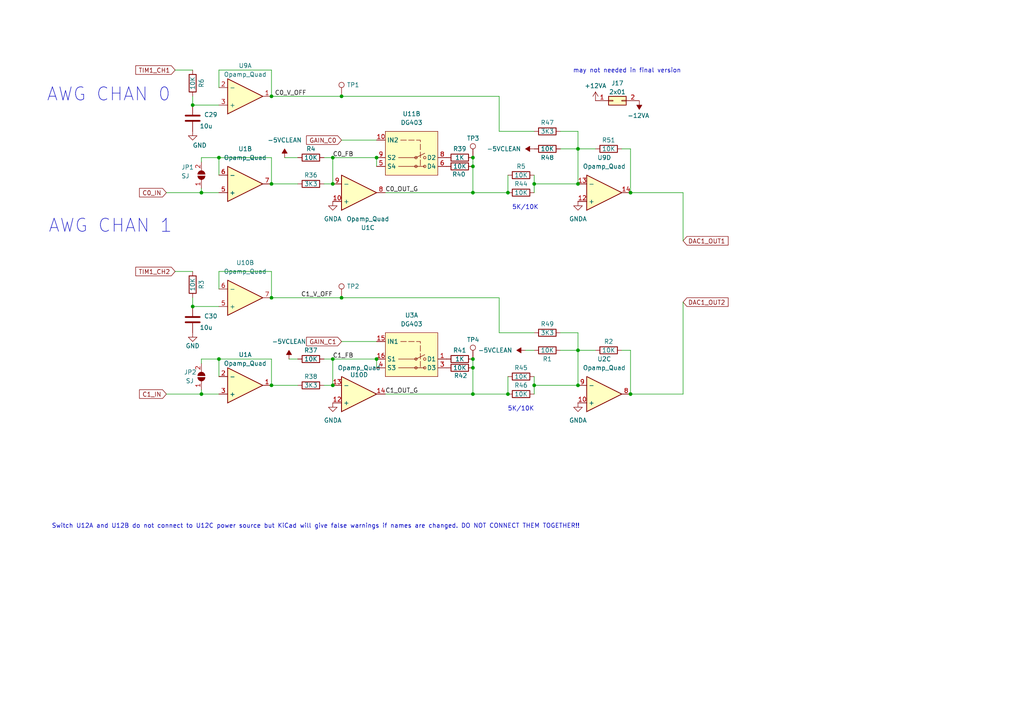
<source format=kicad_sch>
(kicad_sch (version 20250114) (generator "eeschema") (generator_version "9.0")
  (paper "A4")
  (lib_symbols
    (symbol "-5V_1" (power) (pin_names (offset 0))
      (property "Value" "-5V" (at 0 3.81 0))
      (symbol "-5V_1_0_0"
        (pin power_in line (at 0 0 90) (length 0) (hide yes) (name "-5V") (number "1"))
      )
      (symbol "-5V_1_0_1"
        (polyline (pts (xy 0 0) (xy 0 1.27) (xy 0.762 1.27) (xy 0 2.54) (xy -0.762 1.27) (xy 0 1.27)) (fill (type outline)))
      )
    )
    (symbol "-5V_2" (power) (pin_names (offset 0))
      (property "Value" "-5V" (at 0 3.81 0))
      (symbol "-5V_2_0_0"
        (pin power_in line (at 0 0 90) (length 0) (hide yes) (name "-5V") (number "1"))
      )
      (symbol "-5V_2_0_1"
        (polyline (pts (xy 0 0) (xy 0 1.27) (xy 0.762 1.27) (xy 0 2.54) (xy -0.762 1.27) (xy 0 1.27)) (fill (type outline)))
      )
    )
    (symbol "-5V_3" (power) (pin_names (offset 0))
      (property "Value" "-5V" (at 0 3.81 0))
      (symbol "-5V_3_0_0"
        (pin power_in line (at 0 0 90) (length 0) (hide yes) (name "-5V") (number "1"))
      )
      (symbol "-5V_3_0_1"
        (polyline (pts (xy 0 0) (xy 0 1.27) (xy 0.762 1.27) (xy 0 2.54) (xy -0.762 1.27) (xy 0 1.27)) (fill (type outline)))
      )
    )
    (symbol "Connector:TestPoint" (pin_numbers (hide yes)) (pin_names (offset 0.762) (hide yes))
      (property "Reference" "TP" (at 0 6.858 0))
      (property "Value" "TestPoint" (at 0 5.08 0))
      (symbol "TestPoint_0_1"
        (circle (center 0 3.302) (radius 0.762))
      )
      (symbol "TestPoint_1_1"
        (pin passive line (at 0 0 90) (length 2.54) (name "1") (number "1"))
      )
    )
    (symbol "Connector_Generic:Conn_02x01" (pin_names (offset 1.016) (hide yes))
      (property "Reference" "J" (at 1.27 2.54 0))
      (property "Value" "Conn_02x01" (at 1.27 -2.54 0))
      (symbol "Conn_02x01_1_1"
        (rectangle (start -1.27 1.27) (end 3.81 -1.27) (stroke (width 0.254)) (fill (type background)))
        (rectangle (start -1.27 0.127) (end 0 -0.127) (stroke (width 0.1524)))
        (rectangle (start 3.81 0.127) (end 2.54 -0.127) (stroke (width 0.1524)))
        (pin passive line (at -5.08 0 0) (length 3.81) (name "Pin_1") (number "1"))
        (pin passive line (at 7.62 0 180) (length 3.81) (name "Pin_2") (number "2"))
      )
    )
    (symbol "Device:C" (pin_numbers (hide yes)) (pin_names (offset 0.254))
      (property "Reference" "C" (at 0.635 2.54 0))
      (property "Value" "C" (at 0.635 -2.54 0))
      (symbol "C_0_1"
        (polyline (pts (xy -2.032 0.762) (xy 2.032 0.762)) (stroke (width 0.508)))
        (polyline (pts (xy -2.032 -0.762) (xy 2.032 -0.762)) (stroke (width 0.508)))
      )
      (symbol "C_1_1"
        (pin passive line (at 0 3.81 270) (length 2.794) (name "~") (number "1"))
        (pin passive line (at 0 -3.81 90) (length 2.794) (name "~") (number "2"))
      )
    )
    (symbol "Device:Opamp_Quad"
      (property "Reference" "U" (at 0 5.08 0))
      (property "Value" "Opamp_Quad" (at 0 -5.08 0))
      (symbol "Opamp_Quad_1_1"
        (polyline (pts (xy -5.08 5.08) (xy 5.08 0) (xy -5.08 -5.08) (xy -5.08 5.08)) (stroke (width 0.254)) (fill (type background)))
        (pin input line (at -7.62 2.54 0) (length 2.54) (name "+") (number "3"))
        (pin input line (at -7.62 -2.54 0) (length 2.54) (name "-") (number "2"))
        (pin output line (at 7.62 0 180) (length 2.54) (name "~") (number "1"))
      )
      (symbol "Opamp_Quad_2_1"
        (polyline (pts (xy -5.08 5.08) (xy 5.08 0) (xy -5.08 -5.08) (xy -5.08 5.08)) (stroke (width 0.254)) (fill (type background)))
        (pin input line (at -7.62 2.54 0) (length 2.54) (name "+") (number "5"))
        (pin input line (at -7.62 -2.54 0) (length 2.54) (name "-") (number "6"))
        (pin output line (at 7.62 0 180) (length 2.54) (name "~") (number "7"))
      )
      (symbol "Opamp_Quad_3_1"
        (polyline (pts (xy -5.08 5.08) (xy 5.08 0) (xy -5.08 -5.08) (xy -5.08 5.08)) (stroke (width 0.254)) (fill (type background)))
        (pin input line (at -7.62 2.54 0) (length 2.54) (name "+") (number "10"))
        (pin input line (at -7.62 -2.54 0) (length 2.54) (name "-") (number "9"))
        (pin output line (at 7.62 0 180) (length 2.54) (name "~") (number "8"))
      )
      (symbol "Opamp_Quad_4_1"
        (polyline (pts (xy -5.08 5.08) (xy 5.08 0) (xy -5.08 -5.08) (xy -5.08 5.08)) (stroke (width 0.254)) (fill (type background)))
        (pin input line (at -7.62 2.54 0) (length 2.54) (name "+") (number "12"))
        (pin input line (at -7.62 -2.54 0) (length 2.54) (name "-") (number "13"))
        (pin output line (at 7.62 0 180) (length 2.54) (name "~") (number "14"))
      )
      (symbol "Opamp_Quad_5_1"
        (pin power_in line (at -2.54 7.62 270) (length 3.81) (name "V+") (number "4"))
        (pin power_in line (at -2.54 -7.62 90) (length 3.81) (name "V-") (number "11"))
      )
    )
    (symbol "Device:R" (pin_numbers (hide yes)) (pin_names (offset 0))
      (property "Reference" "R" (at 2.032 0 90))
      (property "Value" "R" (at 0 0 90))
      (symbol "R_0_1"
        (rectangle (start -1.016 -2.54) (end 1.016 2.54) (stroke (width 0.254)))
      )
      (symbol "R_1_1"
        (pin passive line (at 0 3.81 270) (length 1.27) (name "~") (number "1"))
        (pin passive line (at 0 -3.81 90) (length 1.27) (name "~") (number "2"))
      )
    )
    (symbol "Jumper:SolderJumper_2_Open" (pin_names (offset 0) (hide yes))
      (property "Reference" "JP" (at 0 2.032 0))
      (property "Value" "SolderJumper_2_Open" (at 0 -2.54 0))
      (symbol "SolderJumper_2_Open_0_1"
        (polyline (pts (xy -0.254 1.016) (xy -0.254 -1.016)))
        (arc (start -0.254 -1.016) (mid -1.2656 0) (end -0.254 1.016))
        (arc (start -0.254 -1.016) (mid -1.2656 0) (end -0.254 1.016) (fill (type outline)))
        (arc (start 0.254 1.016) (mid 1.2656 0) (end 0.254 -1.016))
        (arc (start 0.254 1.016) (mid 1.2656 0) (end 0.254 -1.016) (fill (type outline)))
        (polyline (pts (xy 0.254 1.016) (xy 0.254 -1.016)))
      )
      (symbol "SolderJumper_2_Open_1_1"
        (pin passive line (at -3.81 0 0) (length 2.54) (name "A") (number "1"))
        (pin passive line (at 3.81 0 180) (length 2.54) (name "B") (number "2"))
      )
    )
    (symbol "Opamp_Quad_1"
      (property "Reference" "U" (at 0 5.08 0))
      (property "Value" "Opamp_Quad" (at 0 -5.08 0))
      (symbol "Opamp_Quad_1_1_1"
        (polyline (pts (xy -5.08 5.08) (xy 5.08 0) (xy -5.08 -5.08) (xy -5.08 5.08)) (stroke (width 0.254)) (fill (type background)))
        (pin input line (at -7.62 2.54 0) (length 2.54) (name "+") (number "3"))
        (pin input line (at -7.62 -2.54 0) (length 2.54) (name "-") (number "2"))
        (pin output line (at 7.62 0 180) (length 2.54) (name "~") (number "1"))
      )
      (symbol "Opamp_Quad_1_2_1"
        (polyline (pts (xy -5.08 5.08) (xy 5.08 0) (xy -5.08 -5.08) (xy -5.08 5.08)) (stroke (width 0.254)) (fill (type background)))
        (pin input line (at -7.62 2.54 0) (length 2.54) (name "+") (number "5"))
        (pin input line (at -7.62 -2.54 0) (length 2.54) (name "-") (number "6"))
        (pin output line (at 7.62 0 180) (length 2.54) (name "~") (number "7"))
      )
      (symbol "Opamp_Quad_1_3_1"
        (polyline (pts (xy -5.08 5.08) (xy 5.08 0) (xy -5.08 -5.08) (xy -5.08 5.08)) (stroke (width 0.254)) (fill (type background)))
        (pin input line (at -7.62 2.54 0) (length 2.54) (name "+") (number "10"))
        (pin input line (at -7.62 -2.54 0) (length 2.54) (name "-") (number "9"))
        (pin output line (at 7.62 0 180) (length 2.54) (name "~") (number "8"))
      )
      (symbol "Opamp_Quad_1_4_1"
        (polyline (pts (xy -5.08 5.08) (xy 5.08 0) (xy -5.08 -5.08) (xy -5.08 5.08)) (stroke (width 0.254)) (fill (type background)))
        (pin input line (at -7.62 2.54 0) (length 2.54) (name "+") (number "12"))
        (pin input line (at -7.62 -2.54 0) (length 2.54) (name "-") (number "13"))
        (pin output line (at 7.62 0 180) (length 2.54) (name "~") (number "14"))
      )
      (symbol "Opamp_Quad_1_5_1"
        (pin power_in line (at -2.54 7.62 270) (length 3.81) (name "V+") (number "4"))
        (pin power_in line (at -2.54 -7.62 90) (length 3.81) (name "V-") (number "11"))
      )
    )
    (symbol "Opamp_Quad_2"
      (property "Reference" "U" (at 0 5.08 0))
      (property "Value" "Opamp_Quad" (at 0 -5.08 0))
      (symbol "Opamp_Quad_2_1_1"
        (polyline (pts (xy -5.08 5.08) (xy 5.08 0) (xy -5.08 -5.08) (xy -5.08 5.08)) (stroke (width 0.254)) (fill (type background)))
        (pin input line (at -7.62 2.54 0) (length 2.54) (name "+") (number "3"))
        (pin input line (at -7.62 -2.54 0) (length 2.54) (name "-") (number "2"))
        (pin output line (at 7.62 0 180) (length 2.54) (name "~") (number "1"))
      )
      (symbol "Opamp_Quad_2_2_1"
        (polyline (pts (xy -5.08 5.08) (xy 5.08 0) (xy -5.08 -5.08) (xy -5.08 5.08)) (stroke (width 0.254)) (fill (type background)))
        (pin input line (at -7.62 2.54 0) (length 2.54) (name "+") (number "5"))
        (pin input line (at -7.62 -2.54 0) (length 2.54) (name "-") (number "6"))
        (pin output line (at 7.62 0 180) (length 2.54) (name "~") (number "7"))
      )
      (symbol "Opamp_Quad_2_3_1"
        (polyline (pts (xy -5.08 5.08) (xy 5.08 0) (xy -5.08 -5.08) (xy -5.08 5.08)) (stroke (width 0.254)) (fill (type background)))
        (pin input line (at -7.62 2.54 0) (length 2.54) (name "+") (number "10"))
        (pin input line (at -7.62 -2.54 0) (length 2.54) (name "-") (number "9"))
        (pin output line (at 7.62 0 180) (length 2.54) (name "~") (number "8"))
      )
      (symbol "Opamp_Quad_2_4_1"
        (polyline (pts (xy -5.08 5.08) (xy 5.08 0) (xy -5.08 -5.08) (xy -5.08 5.08)) (stroke (width 0.254)) (fill (type background)))
        (pin input line (at -7.62 2.54 0) (length 2.54) (name "+") (number "12"))
        (pin input line (at -7.62 -2.54 0) (length 2.54) (name "-") (number "13"))
        (pin output line (at 7.62 0 180) (length 2.54) (name "~") (number "14"))
      )
      (symbol "Opamp_Quad_2_5_1"
        (pin power_in line (at -2.54 7.62 270) (length 3.81) (name "V+") (number "4"))
        (pin power_in line (at -2.54 -7.62 90) (length 3.81) (name "V-") (number "11"))
      )
    )
    (symbol "Opamp_Quad_3"
      (property "Reference" "U" (at 0 5.08 0))
      (property "Value" "Opamp_Quad" (at 0 -5.08 0))
      (symbol "Opamp_Quad_3_1_1"
        (polyline (pts (xy -5.08 5.08) (xy 5.08 0) (xy -5.08 -5.08) (xy -5.08 5.08)) (stroke (width 0.254)) (fill (type background)))
        (pin input line (at -7.62 2.54 0) (length 2.54) (name "+") (number "3"))
        (pin input line (at -7.62 -2.54 0) (length 2.54) (name "-") (number "2"))
        (pin output line (at 7.62 0 180) (length 2.54) (name "~") (number "1"))
      )
      (symbol "Opamp_Quad_3_2_1"
        (polyline (pts (xy -5.08 5.08) (xy 5.08 0) (xy -5.08 -5.08) (xy -5.08 5.08)) (stroke (width 0.254)) (fill (type background)))
        (pin input line (at -7.62 2.54 0) (length 2.54) (name "+") (number "5"))
        (pin input line (at -7.62 -2.54 0) (length 2.54) (name "-") (number "6"))
        (pin output line (at 7.62 0 180) (length 2.54) (name "~") (number "7"))
      )
      (symbol "Opamp_Quad_3_3_1"
        (polyline (pts (xy -5.08 5.08) (xy 5.08 0) (xy -5.08 -5.08) (xy -5.08 5.08)) (stroke (width 0.254)) (fill (type background)))
        (pin input line (at -7.62 2.54 0) (length 2.54) (name "+") (number "10"))
        (pin input line (at -7.62 -2.54 0) (length 2.54) (name "-") (number "9"))
        (pin output line (at 7.62 0 180) (length 2.54) (name "~") (number "8"))
      )
      (symbol "Opamp_Quad_3_4_1"
        (polyline (pts (xy -5.08 5.08) (xy 5.08 0) (xy -5.08 -5.08) (xy -5.08 5.08)) (stroke (width 0.254)) (fill (type background)))
        (pin input line (at -7.62 2.54 0) (length 2.54) (name "+") (number "12"))
        (pin input line (at -7.62 -2.54 0) (length 2.54) (name "-") (number "13"))
        (pin output line (at 7.62 0 180) (length 2.54) (name "~") (number "14"))
      )
      (symbol "Opamp_Quad_3_5_1"
        (pin power_in line (at -2.54 7.62 270) (length 3.81) (name "V+") (number "4"))
        (pin power_in line (at -2.54 -7.62 90) (length 3.81) (name "V-") (number "11"))
      )
    )
    (symbol "Opamp_Quad_4"
      (property "Reference" "U" (at 0 5.08 0))
      (property "Value" "Opamp_Quad" (at 0 -5.08 0))
      (symbol "Opamp_Quad_4_1_1"
        (polyline (pts (xy -5.08 5.08) (xy 5.08 0) (xy -5.08 -5.08) (xy -5.08 5.08)) (stroke (width 0.254)) (fill (type background)))
        (pin input line (at -7.62 2.54 0) (length 2.54) (name "+") (number "3"))
        (pin input line (at -7.62 -2.54 0) (length 2.54) (name "-") (number "2"))
        (pin output line (at 7.62 0 180) (length 2.54) (name "~") (number "1"))
      )
      (symbol "Opamp_Quad_4_2_1"
        (polyline (pts (xy -5.08 5.08) (xy 5.08 0) (xy -5.08 -5.08) (xy -5.08 5.08)) (stroke (width 0.254)) (fill (type background)))
        (pin input line (at -7.62 2.54 0) (length 2.54) (name "+") (number "5"))
        (pin input line (at -7.62 -2.54 0) (length 2.54) (name "-") (number "6"))
        (pin output line (at 7.62 0 180) (length 2.54) (name "~") (number "7"))
      )
      (symbol "Opamp_Quad_4_3_1"
        (polyline (pts (xy -5.08 5.08) (xy 5.08 0) (xy -5.08 -5.08) (xy -5.08 5.08)) (stroke (width 0.254)) (fill (type background)))
        (pin input line (at -7.62 2.54 0) (length 2.54) (name "+") (number "10"))
        (pin input line (at -7.62 -2.54 0) (length 2.54) (name "-") (number "9"))
        (pin output line (at 7.62 0 180) (length 2.54) (name "~") (number "8"))
      )
      (symbol "Opamp_Quad_4_4_1"
        (polyline (pts (xy -5.08 5.08) (xy 5.08 0) (xy -5.08 -5.08) (xy -5.08 5.08)) (stroke (width 0.254)) (fill (type background)))
        (pin input line (at -7.62 2.54 0) (length 2.54) (name "+") (number "12"))
        (pin input line (at -7.62 -2.54 0) (length 2.54) (name "-") (number "13"))
        (pin output line (at 7.62 0 180) (length 2.54) (name "~") (number "14"))
      )
      (symbol "Opamp_Quad_4_5_1"
        (pin power_in line (at -2.54 7.62 270) (length 3.81) (name "V+") (number "4"))
        (pin power_in line (at -2.54 -7.62 90) (length 3.81) (name "V-") (number "11"))
      )
    )
    (symbol "Opamp_Quad_5"
      (property "Reference" "U" (at 0 5.08 0))
      (property "Value" "Opamp_Quad" (at 0 -5.08 0))
      (symbol "Opamp_Quad_5_1_1"
        (polyline (pts (xy -5.08 5.08) (xy 5.08 0) (xy -5.08 -5.08) (xy -5.08 5.08)) (stroke (width 0.254)) (fill (type background)))
        (pin input line (at -7.62 2.54 0) (length 2.54) (name "+") (number "3"))
        (pin input line (at -7.62 -2.54 0) (length 2.54) (name "-") (number "2"))
        (pin output line (at 7.62 0 180) (length 2.54) (name "~") (number "1"))
      )
      (symbol "Opamp_Quad_5_2_1"
        (polyline (pts (xy -5.08 5.08) (xy 5.08 0) (xy -5.08 -5.08) (xy -5.08 5.08)) (stroke (width 0.254)) (fill (type background)))
        (pin input line (at -7.62 2.54 0) (length 2.54) (name "+") (number "5"))
        (pin input line (at -7.62 -2.54 0) (length 2.54) (name "-") (number "6"))
        (pin output line (at 7.62 0 180) (length 2.54) (name "~") (number "7"))
      )
      (symbol "Opamp_Quad_5_3_1"
        (polyline (pts (xy -5.08 5.08) (xy 5.08 0) (xy -5.08 -5.08) (xy -5.08 5.08)) (stroke (width 0.254)) (fill (type background)))
        (pin input line (at -7.62 2.54 0) (length 2.54) (name "+") (number "10"))
        (pin input line (at -7.62 -2.54 0) (length 2.54) (name "-") (number "9"))
        (pin output line (at 7.62 0 180) (length 2.54) (name "~") (number "8"))
      )
      (symbol "Opamp_Quad_5_4_1"
        (polyline (pts (xy -5.08 5.08) (xy 5.08 0) (xy -5.08 -5.08) (xy -5.08 5.08)) (stroke (width 0.254)) (fill (type background)))
        (pin input line (at -7.62 2.54 0) (length 2.54) (name "+") (number "12"))
        (pin input line (at -7.62 -2.54 0) (length 2.54) (name "-") (number "13"))
        (pin output line (at 7.62 0 180) (length 2.54) (name "~") (number "14"))
      )
      (symbol "Opamp_Quad_5_5_1"
        (pin power_in line (at -2.54 7.62 270) (length 3.81) (name "V+") (number "4"))
        (pin power_in line (at -2.54 -7.62 90) (length 3.81) (name "V-") (number "11"))
      )
    )
    (symbol "Opamp_Quad_6"
      (property "Reference" "U" (at 0 5.08 0))
      (property "Value" "Opamp_Quad" (at 0 -5.08 0))
      (symbol "Opamp_Quad_6_1_1"
        (polyline (pts (xy -5.08 5.08) (xy 5.08 0) (xy -5.08 -5.08) (xy -5.08 5.08)) (stroke (width 0.254)) (fill (type background)))
        (pin input line (at -7.62 2.54 0) (length 2.54) (name "+") (number "3"))
        (pin input line (at -7.62 -2.54 0) (length 2.54) (name "-") (number "2"))
        (pin output line (at 7.62 0 180) (length 2.54) (name "~") (number "1"))
      )
      (symbol "Opamp_Quad_6_2_1"
        (polyline (pts (xy -5.08 5.08) (xy 5.08 0) (xy -5.08 -5.08) (xy -5.08 5.08)) (stroke (width 0.254)) (fill (type background)))
        (pin input line (at -7.62 2.54 0) (length 2.54) (name "+") (number "5"))
        (pin input line (at -7.62 -2.54 0) (length 2.54) (name "-") (number "6"))
        (pin output line (at 7.62 0 180) (length 2.54) (name "~") (number "7"))
      )
      (symbol "Opamp_Quad_6_3_1"
        (polyline (pts (xy -5.08 5.08) (xy 5.08 0) (xy -5.08 -5.08) (xy -5.08 5.08)) (stroke (width 0.254)) (fill (type background)))
        (pin input line (at -7.62 2.54 0) (length 2.54) (name "+") (number "10"))
        (pin input line (at -7.62 -2.54 0) (length 2.54) (name "-") (number "9"))
        (pin output line (at 7.62 0 180) (length 2.54) (name "~") (number "8"))
      )
      (symbol "Opamp_Quad_6_4_1"
        (polyline (pts (xy -5.08 5.08) (xy 5.08 0) (xy -5.08 -5.08) (xy -5.08 5.08)) (stroke (width 0.254)) (fill (type background)))
        (pin input line (at -7.62 2.54 0) (length 2.54) (name "+") (number "12"))
        (pin input line (at -7.62 -2.54 0) (length 2.54) (name "-") (number "13"))
        (pin output line (at 7.62 0 180) (length 2.54) (name "~") (number "14"))
      )
      (symbol "Opamp_Quad_6_5_1"
        (pin power_in line (at -2.54 7.62 270) (length 3.81) (name "V+") (number "4"))
        (pin power_in line (at -2.54 -7.62 90) (length 3.81) (name "V-") (number "11"))
      )
    )
    (symbol "Opamp_Quad_7"
      (property "Reference" "U" (at 0 5.08 0))
      (property "Value" "Opamp_Quad" (at 0 -5.08 0))
      (symbol "Opamp_Quad_7_1_1"
        (polyline (pts (xy -5.08 5.08) (xy 5.08 0) (xy -5.08 -5.08) (xy -5.08 5.08)) (stroke (width 0.254)) (fill (type background)))
        (pin input line (at -7.62 2.54 0) (length 2.54) (name "+") (number "3"))
        (pin input line (at -7.62 -2.54 0) (length 2.54) (name "-") (number "2"))
        (pin output line (at 7.62 0 180) (length 2.54) (name "~") (number "1"))
      )
      (symbol "Opamp_Quad_7_2_1"
        (polyline (pts (xy -5.08 5.08) (xy 5.08 0) (xy -5.08 -5.08) (xy -5.08 5.08)) (stroke (width 0.254)) (fill (type background)))
        (pin input line (at -7.62 2.54 0) (length 2.54) (name "+") (number "5"))
        (pin input line (at -7.62 -2.54 0) (length 2.54) (name "-") (number "6"))
        (pin output line (at 7.62 0 180) (length 2.54) (name "~") (number "7"))
      )
      (symbol "Opamp_Quad_7_3_1"
        (polyline (pts (xy -5.08 5.08) (xy 5.08 0) (xy -5.08 -5.08) (xy -5.08 5.08)) (stroke (width 0.254)) (fill (type background)))
        (pin input line (at -7.62 2.54 0) (length 2.54) (name "+") (number "10"))
        (pin input line (at -7.62 -2.54 0) (length 2.54) (name "-") (number "9"))
        (pin output line (at 7.62 0 180) (length 2.54) (name "~") (number "8"))
      )
      (symbol "Opamp_Quad_7_4_1"
        (polyline (pts (xy -5.08 5.08) (xy 5.08 0) (xy -5.08 -5.08) (xy -5.08 5.08)) (stroke (width 0.254)) (fill (type background)))
        (pin input line (at -7.62 2.54 0) (length 2.54) (name "+") (number "12"))
        (pin input line (at -7.62 -2.54 0) (length 2.54) (name "-") (number "13"))
        (pin output line (at 7.62 0 180) (length 2.54) (name "~") (number "14"))
      )
      (symbol "Opamp_Quad_7_5_1"
        (pin power_in line (at -2.54 7.62 270) (length 3.81) (name "V+") (number "4"))
        (pin power_in line (at -2.54 -7.62 90) (length 3.81) (name "V-") (number "11"))
      )
    )
    (symbol "SolderJumper_2_Open_1" (pin_names (offset 0) (hide yes))
      (property "Reference" "JP" (at 0 2.032 0))
      (property "Value" "SolderJumper_2_Open" (at 0 -2.54 0))
      (symbol "SolderJumper_2_Open_1_0_1"
        (polyline (pts (xy -0.254 1.016) (xy -0.254 -1.016)))
        (arc (start -0.254 -1.016) (mid -1.2656 0) (end -0.254 1.016))
        (arc (start -0.254 -1.016) (mid -1.2656 0) (end -0.254 1.016) (fill (type outline)))
        (arc (start 0.254 1.016) (mid 1.2656 0) (end 0.254 -1.016))
        (arc (start 0.254 1.016) (mid 1.2656 0) (end 0.254 -1.016) (fill (type outline)))
        (polyline (pts (xy 0.254 1.016) (xy 0.254 -1.016)))
      )
      (symbol "SolderJumper_2_Open_1_1_1"
        (pin passive line (at -3.81 0 0) (length 2.54) (name "A") (number "1"))
        (pin passive line (at 3.81 0 180) (length 2.54) (name "B") (number "2"))
      )
    )
    (symbol "awg_lib:DG403"
      (property "Reference" "U" (at -1.905 1.27 0))
      (property "Value" "DG403" (at -1.27 -0.635 0))
      (symbol "DG403_1_1"
        (rectangle (start -17.78 -2.54) (end -2.54 -15.24) (fill (type background)))
        (polyline (pts (xy -13.97 -10.16) (xy -8.89 -10.16)))
        (polyline (pts (xy -13.97 -12.7) (xy -8.89 -12.7)))
        (polyline (pts (xy -13.335 -5.08) (xy -7.62 -5.08) (xy -7.62 -12.7)) (stroke (width 0) (type dash)))
        (circle (center -8.89 -10.16) (radius 0.3592))
        (polyline (pts (xy -8.89 -10.16) (xy -6.35 -8.89)))
        (circle (center -8.89 -12.7) (radius 0.3592))
        (polyline (pts (xy -8.89 -12.7) (xy -6.35 -12.7)))
        (circle (center -6.35 -10.16) (radius 0.3592))
        (circle (center -6.35 -12.7) (radius 0.3592))
        (pin input line (at -20.32 -5.08 0) (length 2.54) (name "IN1") (number "15"))
        (pin input line (at -20.32 -10.16 0) (length 2.54) (name "S1") (number "16"))
        (pin input line (at -20.32 -12.7 0) (length 2.54) (name "S3") (number "4"))
        (pin input line (at 0 -10.16 180) (length 2.54) (name "D1") (number "1"))
        (pin input line (at 0 -12.7 180) (length 2.54) (name "D3") (number "3"))
      )
      (symbol "DG403_2_1"
        (rectangle (start -7.62 -2.54) (end 7.62 -15.24) (fill (type background)))
        (polyline (pts (xy -3.81 -10.16) (xy 1.27 -10.16)))
        (polyline (pts (xy -3.81 -12.7) (xy 1.27 -12.7)))
        (polyline (pts (xy -3.175 -5.08) (xy 2.54 -5.08) (xy 2.54 -12.7)) (stroke (width 0) (type dash)))
        (polyline (pts (xy 1.27 -10.16) (xy 3.81 -8.89)))
        (circle (center 1.27 -10.16) (radius 0.3592))
        (polyline (pts (xy 1.27 -12.7) (xy 3.81 -12.7)))
        (circle (center 1.27 -12.7) (radius 0.3592))
        (circle (center 3.81 -10.16) (radius 0.3592))
        (circle (center 3.81 -12.7) (radius 0.3592))
        (pin input line (at -10.16 -5.08 0) (length 2.54) (name "IN2") (number "10"))
        (pin input line (at -10.16 -10.16 0) (length 2.54) (name "S2") (number "9"))
        (pin input line (at -10.16 -12.7 0) (length 2.54) (name "S4") (number "5"))
        (pin input line (at 10.16 -10.16 180) (length 2.54) (name "D2") (number "8"))
        (pin input line (at 10.16 -12.7 180) (length 2.54) (name "D4") (number "6"))
      )
      (symbol "DG403_3_0"
        (pin no_connect line (at -10.16 -12.7 0) (length 2.54) (hide yes) (name "NC") (number "7"))
        (pin no_connect line (at 7.62 -12.7 180) (length 2.54) (hide yes) (name "NC") (number "2"))
      )
      (symbol "DG403_3_1"
        (rectangle (start -7.62 -7.62) (end 5.08 -17.78) (fill (type background)))
        (pin power_in line (at -5.08 -5.08 270) (length 2.54) (name "VL") (number "12"))
        (pin power_in line (at -5.08 -20.32 90) (length 2.54) (name "GND") (number "13"))
        (pin power_in line (at 2.54 -5.08 270) (length 2.54) (name "V+") (number "11"))
        (pin power_in line (at 2.54 -20.32 90) (length 2.54) (name "V-") (number "14"))
      )
    )
    (symbol "power:+12V" (power) (pin_names (offset 0))
      (property "Value" "+12V" (at 0 3.556 0))
      (symbol "+12V_0_1"
        (polyline (pts (xy -0.762 1.27) (xy 0 2.54)))
        (polyline (pts (xy 0 2.54) (xy 0.762 1.27)))
        (polyline (pts (xy 0 0) (xy 0 2.54)))
      )
      (symbol "+12V_1_1"
        (pin power_in line (at 0 0 90) (length 0) (hide yes) (name "+12V") (number "1"))
      )
    )
    (symbol "power:-12V" (power) (pin_names (offset 0))
      (property "Value" "-12V" (at 0 3.81 0))
      (symbol "-12V_0_0"
        (pin power_in line (at 0 0 90) (length 0) (hide yes) (name "-12V") (number "1"))
      )
      (symbol "-12V_0_1"
        (polyline (pts (xy 0 0) (xy 0 1.27) (xy 0.762 1.27) (xy 0 2.54) (xy -0.762 1.27) (xy 0 1.27)) (fill (type outline)))
      )
    )
    (symbol "power:-5V" (power) (pin_names (offset 0))
      (property "Value" "-5V" (at 0 3.81 0))
      (symbol "-5V_0_0"
        (pin power_in line (at 0 0 90) (length 0) (hide yes) (name "-5V") (number "1"))
      )
      (symbol "-5V_0_1"
        (polyline (pts (xy 0 0) (xy 0 1.27) (xy 0.762 1.27) (xy 0 2.54) (xy -0.762 1.27) (xy 0 1.27)) (fill (type outline)))
      )
    )
    (symbol "power:GND" (power) (pin_names (offset 0))
      (property "Value" "GND" (at 0 -3.81 0))
      (symbol "GND_0_1"
        (polyline (pts (xy 0 0) (xy 0 -1.27) (xy 1.27 -1.27) (xy 0 -2.54) (xy -1.27 -1.27) (xy 0 -1.27)))
      )
      (symbol "GND_1_1"
        (pin power_in line (at 0 0 270) (length 0) (hide yes) (name "GND") (number "1"))
      )
    )
    (symbol "power:GNDA" (power) (pin_numbers (hide yes)) (pin_names (offset 0) (hide yes))
      (property "Value" "GNDA" (at 0 -3.81 0))
      (symbol "GNDA_0_1"
        (polyline (pts (xy 0 0) (xy 0 -1.27) (xy 1.27 -1.27) (xy 0 -2.54) (xy -1.27 -1.27) (xy 0 -1.27)))
      )
      (symbol "GNDA_1_1"
        (pin power_in line (at 0 0 270) (length 0) (name "~") (number "1"))
      )
    )
  )
  (text "AWG CHAN 0" (at 13.462 29.718 0) (effects (font (size 3.81 3.81)) (justify left bottom)))
  (text "AWG CHAN 1" (at 13.97 67.818 0) (effects (font (size 3.81 3.81)) (justify left bottom)))
  (text "5K/10K" (at 154.94 119.38 0) (effects (font (size 1.27 1.27)) (justify right bottom)))
  (text "Switch U12A and U12B do not connect to U12C power source but KiCad will give false warnings if names are changed. DO NOT CONNECT THEM TOGETHER!!" (at 14.986 152.654 0) (effects (font (size 1.27 1.27)) (justify left)))
  (text "5K/10K" (at 156.21 60.96 0) (effects (font (size 1.27 1.27)) (justify right bottom)))
  (text "may not needed in final version" (at 181.864 20.574 0) (effects (font (size 1.27 1.27))))
  (junction (at 137.16 55.88))
  (junction (at 167.64 101.6))
  (junction (at 137.16 104.14))
  (junction (at 63.5 45.72))
  (junction (at 78.74 86.36))
  (junction (at 63.5 104.14))
  (junction (at 154.94 53.34))
  (junction (at 109.22 104.14))
  (junction (at 96.52 53.34))
  (junction (at 55.88 30.48))
  (junction (at 137.16 114.3))
  (junction (at 109.22 45.72))
  (junction (at 137.16 48.26))
  (junction (at 137.16 106.68))
  (junction (at 182.88 114.3))
  (junction (at 55.88 88.9))
  (junction (at 182.88 55.88))
  (junction (at 58.42 114.3))
  (junction (at 99.06 86.36))
  (junction (at 167.64 53.34))
  (junction (at 167.64 111.76))
  (junction (at 96.52 104.14))
  (junction (at 58.42 55.88))
  (junction (at 99.06 27.94))
  (junction (at 96.52 45.72))
  (junction (at 78.74 27.94))
  (junction (at 78.74 111.76))
  (junction (at 96.52 111.76))
  (junction (at 78.74 53.34))
  (junction (at 167.64 43.18))
  (junction (at 137.16 45.72))
  (junction (at 147.32 55.88))
  (junction (at 147.32 114.3))
  (junction (at 154.94 111.76))
  (wire (pts (xy 180.34 101.6) (xy 182.88 101.6)))
  (wire (pts (xy 63.5 45.72) (xy 78.74 45.72)))
  (wire (pts (xy 137.16 55.88) (xy 147.32 55.88)))
  (wire (pts (xy 182.88 101.6) (xy 182.88 114.3)))
  (wire (pts (xy 58.42 45.72) (xy 58.42 46.99)))
  (wire (pts (xy 167.64 101.6) (xy 172.72 101.6)))
  (wire (pts (xy 137.16 114.3) (xy 147.32 114.3)))
  (wire (pts (xy 78.74 104.14) (xy 78.74 111.76)))
  (wire (pts (xy 93.98 53.34) (xy 96.52 53.34)))
  (wire (pts (xy 154.94 50.8) (xy 154.94 53.34)))
  (wire (pts (xy 63.5 50.8) (xy 63.5 45.72)))
  (wire (pts (xy 182.88 43.18) (xy 182.88 55.88)))
  (wire (pts (xy 99.06 86.36) (xy 144.78 86.36)))
  (wire (pts (xy 111.76 55.88) (xy 137.16 55.88)))
  (wire (pts (xy 111.76 114.3) (xy 137.16 114.3)))
  (wire (pts (xy 96.52 104.14) (xy 96.52 111.76)))
  (wire (pts (xy 147.32 109.22) (xy 147.32 114.3)))
  (wire (pts (xy 50.8 20.32) (xy 55.88 20.32)))
  (wire (pts (xy 144.78 96.52) (xy 154.94 96.52)))
  (wire (pts (xy 162.56 96.52) (xy 167.64 96.52)))
  (wire (pts (xy 63.5 109.22) (xy 63.5 104.14)))
  (wire (pts (xy 58.42 55.88) (xy 63.5 55.88)))
  (wire (pts (xy 78.74 78.74) (xy 78.74 86.36)))
  (wire (pts (xy 63.5 25.4) (xy 63.5 20.32)))
  (wire (pts (xy 99.06 40.64) (xy 109.22 40.64)))
  (wire (pts (xy 137.16 45.72) (xy 137.16 48.26)))
  (wire (pts (xy 55.88 30.48) (xy 63.5 30.48)))
  (wire (pts (xy 82.55 45.72) (xy 86.36 45.72)))
  (wire (pts (xy 55.88 88.9) (xy 63.5 88.9)))
  (wire (pts (xy 63.5 83.82) (xy 63.5 78.74)))
  (wire (pts (xy 83.82 104.14) (xy 86.36 104.14)))
  (wire (pts (xy 78.74 27.94) (xy 99.06 27.94)))
  (wire (pts (xy 78.74 86.36) (xy 99.06 86.36)))
  (wire (pts (xy 99.06 99.06) (xy 109.22 99.06)))
  (wire (pts (xy 63.5 104.14) (xy 78.74 104.14)))
  (wire (pts (xy 162.56 38.1) (xy 167.64 38.1)))
  (wire (pts (xy 167.64 96.52) (xy 167.64 101.6)))
  (wire (pts (xy 167.64 38.1) (xy 167.64 43.18)))
  (wire (pts (xy 58.42 114.3) (xy 63.5 114.3)))
  (wire (pts (xy 167.64 43.18) (xy 167.64 53.34)))
  (wire (pts (xy 55.88 27.94) (xy 55.88 30.48)))
  (wire (pts (xy 182.88 55.88) (xy 198.12 55.88)))
  (wire (pts (xy 48.26 55.88) (xy 58.42 55.88)))
  (wire (pts (xy 63.5 78.74) (xy 78.74 78.74)))
  (wire (pts (xy 58.42 54.61) (xy 58.42 55.88)))
  (wire (pts (xy 144.78 86.36) (xy 144.78 96.52)))
  (wire (pts (xy 63.5 20.32) (xy 78.74 20.32)))
  (wire (pts (xy 50.8 78.74) (xy 55.88 78.74)))
  (wire (pts (xy 96.52 45.72) (xy 96.52 53.34)))
  (wire (pts (xy 96.52 104.14) (xy 109.22 104.14)))
  (wire (pts (xy 137.16 104.14) (xy 137.16 106.68)))
  (wire (pts (xy 147.32 50.8) (xy 147.32 55.88)))
  (wire (pts (xy 58.42 104.14) (xy 63.5 104.14)))
  (wire (pts (xy 78.74 45.72) (xy 78.74 53.34)))
  (wire (pts (xy 167.64 43.18) (xy 172.72 43.18)))
  (wire (pts (xy 198.12 87.63) (xy 198.12 114.3)))
  (wire (pts (xy 96.52 45.72) (xy 109.22 45.72)))
  (wire (pts (xy 99.06 27.94) (xy 144.78 27.94)))
  (wire (pts (xy 78.74 111.76) (xy 86.36 111.76)))
  (wire (pts (xy 93.98 111.76) (xy 96.52 111.76)))
  (wire (pts (xy 48.26 114.3) (xy 58.42 114.3)))
  (wire (pts (xy 154.94 109.22) (xy 154.94 111.76)))
  (wire (pts (xy 144.78 27.94) (xy 144.78 38.1)))
  (wire (pts (xy 93.98 45.72) (xy 96.52 45.72)))
  (wire (pts (xy 167.64 43.18) (xy 162.56 43.18)))
  (wire (pts (xy 78.74 20.32) (xy 78.74 27.94)))
  (wire (pts (xy 198.12 55.88) (xy 198.12 69.85)))
  (wire (pts (xy 167.64 111.76) (xy 154.94 111.76)))
  (wire (pts (xy 137.16 106.68) (xy 137.16 114.3)))
  (wire (pts (xy 167.64 101.6) (xy 162.56 101.6)))
  (wire (pts (xy 78.74 53.34) (xy 86.36 53.34)))
  (wire (pts (xy 58.42 104.14) (xy 58.42 105.41)))
  (wire (pts (xy 154.94 53.34) (xy 154.94 55.88)))
  (wire (pts (xy 144.78 38.1) (xy 154.94 38.1)))
  (wire (pts (xy 93.98 104.14) (xy 96.52 104.14)))
  (wire (pts (xy 154.94 111.76) (xy 154.94 114.3)))
  (wire (pts (xy 109.22 104.14) (xy 109.22 106.68)))
  (wire (pts (xy 109.22 45.72) (xy 109.22 48.26)))
  (wire (pts (xy 180.34 43.18) (xy 182.88 43.18)))
  (wire (pts (xy 58.42 45.72) (xy 63.5 45.72)))
  (wire (pts (xy 167.64 111.76) (xy 167.64 101.6)))
  (wire (pts (xy 58.42 113.03) (xy 58.42 114.3)))
  (wire (pts (xy 154.94 53.34) (xy 167.64 53.34)))
  (wire (pts (xy 137.16 48.26) (xy 137.16 55.88)))
  (wire (pts (xy 182.88 114.3) (xy 198.12 114.3)))
  (wire (pts (xy 55.88 86.36) (xy 55.88 88.9)))
  (wire (pts (xy 152.4 101.6) (xy 154.94 101.6)))
  (label "C0_OUT_G" (at 111.76 55.88 0))
  (label "C0_V_OFF" (at 88.9 27.94 180))
  (label "C1_V_OFF" (at 96.52 86.36 180))
  (label "C1_FB" (at 96.52 104.14 0))
  (label "C1_OUT_G" (at 111.76 114.3 0))
  (label "C0_FB" (at 96.52 45.72 0))
  (global_label "TIM1_CH1" (shape input) (at 50.8 20.32 180) (property "Intersheetrefs" "${INTERSHEET_REFS}" (effects (hide yes))))
  (global_label "DAC1_OUT1" (shape input) (at 198.12 69.85 0) (property "Intersheetrefs" "${INTERSHEET_REFS}" (effects (hide yes))))
  (global_label "C1_IN" (shape input) (at 48.26 114.3 180) (property "Intersheetrefs" "${INTERSHEET_REFS}" (effects (hide yes))))
  (global_label "DAC1_OUT2" (shape input) (at 198.12 87.63 0) (property "Intersheetrefs" "${INTERSHEET_REFS}" (effects (hide yes))))
  (global_label "GAIN_C1" (shape input) (at 99.06 99.06 180) (property "Intersheetrefs" "${INTERSHEET_REFS}" (effects (hide yes))))
  (global_label "TIM1_CH2" (shape input) (at 50.8 78.74 180) (property "Intersheetrefs" "${INTERSHEET_REFS}" (effects (hide yes))))
  (global_label "C0_IN" (shape input) (at 48.26 55.88 180) (property "Intersheetrefs" "${INTERSHEET_REFS}" (effects (hide yes))))
  (global_label "GAIN_C0" (shape input) (at 99.06 40.64 180) (property "Intersheetrefs" "${INTERSHEET_REFS}" (effects (hide yes))))
  (symbol (lib_id "power:GND") (at 55.88 96.52 0) (unit 1)
    (property "Reference" "#PWR048" (effects (hide yes)))
    (property "Value" "GND" (at 57.912 100.33 0) (effects (justify right)))
  )
  (symbol (lib_id "Connector:TestPoint") (at 99.06 27.94 0) (unit 1) (in_bom no)
    (property "Reference" "TP1" (at 100.584 24.638 0) (effects (justify left)))
    (property "Value" "TestPoint" (effects (hide yes)))
    (property "Footprint" "TestPoint:TestPoint_Pad_D2.0mm" (effects (hide yes)))
  )
  (symbol (lib_name "SolderJumper_2_Open_1") (lib_id "Jumper:SolderJumper_2_Open") (at 58.42 109.22 90) (unit 1)
    (property "Reference" "JP2" (at 53.34 107.95 90) (effects (justify right)))
    (property "Value" "SJ" (at 53.848 110.49 90) (effects (justify right)))
    (property "Footprint" "Jumper:SolderJumper-2_P1.3mm_Open_RoundedPad1.0x1.5mm" (effects (hide yes)))
  )
  (symbol (lib_id "Jumper:SolderJumper_2_Open") (at 58.42 50.8 90) (unit 1)
    (property "Reference" "JP1" (at 52.578 48.514 90) (effects (justify right)))
    (property "Value" "SJ" (at 52.578 51.054 90) (effects (justify right)))
    (property "Footprint" "Jumper:SolderJumper-2_P1.3mm_Open_RoundedPad1.0x1.5mm" (effects (hide yes)))
  )
  (symbol (lib_name "Opamp_Quad_6") (lib_id "Device:Opamp_Quad") (at 71.12 111.76 0) (mirror x) (unit 1)
    (property "Reference" "U1" (at 71.12 102.87 0))
    (property "Value" "Opamp_Quad" (at 71.12 105.41 0))
    (property "Footprint" "Package_SO:SOIC-14_3.9x8.7mm_P1.27mm" (effects (hide yes)))
  )
  (symbol (lib_id "Device:Opamp_Quad") (at 71.12 53.34 0) (mirror x) (unit 2)
    (property "Reference" "U1" (at 71.12 43.18 0))
    (property "Value" "Opamp_Quad" (at 71.12 45.72 0))
    (property "Footprint" "Package_SO:SOIC-14_3.9x8.7mm_P1.27mm" (effects (hide yes)))
    (property "BUY" "https://www.digikey.com/en/products/detail/onsemi/MC33274ADR2G/920884" (effects (hide yes)))
  )
  (symbol (lib_id "power:-5V") (at 154.94 43.18 90) (unit 1)
    (property "Reference" "#PWR062" (effects (hide yes)))
    (property "Value" "-5VCLEAN" (at 151.13 43.1799 90) (effects (justify left)))
  )
  (symbol (lib_id "Device:R") (at 176.53 43.18 90) (unit 1)
    (property "Reference" "R51" (at 176.53 40.64 90))
    (property "Value" "10K" (at 176.53 43.18 90))
    (property "Footprint" "Resistor_SMD:R_0603_1608Metric" (effects (hide yes)))
  )
  (symbol (lib_id "awg_lib:DG403") (at 129.54 93.98 0) (unit 1)
    (property "Reference" "U3" (at 119.38 91.44 0))
    (property "Value" "DG403" (at 119.38 93.98 0))
    (property "Footprint" "Package_SO:TSSOP-16-1EP_4.4x5mm_P0.65mm" (effects (hide yes)))
  )
  (symbol (lib_id "Device:R") (at 90.17 111.76 90) (unit 1)
    (property "Reference" "R38" (at 90.17 109.22 90))
    (property "Value" "3K3" (at 90.17 111.76 90))
    (property "Footprint" "Resistor_SMD:R_0603_1608Metric" (effects (hide yes)))
  )
  (symbol (lib_id "Device:R") (at 90.17 104.14 90) (unit 1)
    (property "Reference" "R37" (at 90.17 101.6 90))
    (property "Value" "10K" (at 90.17 104.14 90))
    (property "Footprint" "Resistor_SMD:R_0603_1608Metric" (effects (hide yes)))
  )
  (symbol (lib_name "Opamp_Quad_7") (lib_id "Device:Opamp_Quad") (at 71.12 86.36 0) (mirror x) (unit 2)
    (property "Reference" "U10" (at 71.12 76.2 0))
    (property "Value" "Opamp_Quad" (at 71.12 78.74 0))
    (property "Footprint" "Package_SO:SOIC-14_3.9x8.7mm_P1.27mm" (effects (hide yes)))
  )
  (symbol (lib_id "power:GNDA") (at 96.52 58.42 0) (unit 1)
    (property "Reference" "#PWR059" (effects (hide yes)))
    (property "Value" "GNDA" (at 96.52 63.5 0))
  )
  (symbol (lib_id "awg_lib:DG403") (at 119.38 35.56 0) (unit 2)
    (property "Reference" "U11" (at 119.38 33.02 0))
    (property "Value" "DG403" (at 119.38 35.56 0))
    (property "Footprint" "Package_SO:TSSOP-16-1EP_4.4x5mm_P0.65mm" (effects (hide yes)))
  )
  (symbol (lib_id "Device:R") (at 158.75 96.52 90) (unit 1)
    (property "Reference" "R49" (at 158.75 93.98 90))
    (property "Value" "3K3" (at 158.75 96.52 90))
    (property "Footprint" "Resistor_SMD:R_0603_1608Metric" (effects (hide yes)))
  )
  (symbol (lib_name "-5V_3") (lib_id "power:-5V") (at 83.82 104.14 0) (unit 1)
    (property "Reference" "#PWR058" (effects (hide yes)))
    (property "Value" "-5VCLEAN" (at 83.82 99.06 0))
  )
  (symbol (lib_id "Device:R") (at 158.75 43.18 270) (unit 1)
    (property "Reference" "R48" (at 158.75 45.72 90))
    (property "Value" "10K" (at 158.75 43.18 90))
    (property "Footprint" "Resistor_SMD:R_0603_1608Metric" (effects (hide yes)))
  )
  (symbol (lib_id "Device:R") (at 158.75 38.1 90) (unit 1)
    (property "Reference" "R47" (at 158.75 35.56 90))
    (property "Value" "3K3" (at 158.75 38.1 90))
    (property "Footprint" "Resistor_SMD:R_0603_1608Metric" (effects (hide yes)))
    (property "BUY" "https://www.digikey.com/en/products/detail/yageo/RC0603FR-103K3L/13694210" (effects (hide yes)))
  )
  (symbol (lib_id "Device:R") (at 55.88 82.55 0) (unit 1)
    (property "Reference" "R3" (at 58.42 82.55 90))
    (property "Value" "10K" (at 55.88 82.55 90))
    (property "Footprint" "Resistor_SMD:R_0603_1608Metric" (effects (hide yes)))
  )
  (symbol (lib_name "Opamp_Quad_4") (lib_id "Device:Opamp_Quad") (at 175.26 114.3 0) (mirror x) (unit 3)
    (property "Reference" "U2" (at 175.26 104.14 0))
    (property "Value" "Opamp_Quad" (at 175.26 106.68 0))
    (property "Footprint" "Package_SO:SOIC-14_3.9x8.7mm_P1.27mm" (effects (hide yes)))
  )
  (symbol (lib_id "Device:R") (at 133.35 48.26 90) (unit 1)
    (property "Reference" "R40" (at 133.096 50.546 90))
    (property "Value" "10K" (at 133.35 48.26 90))
    (property "Footprint" "Resistor_SMD:R_0603_1608Metric" (effects (hide yes)))
  )
  (symbol (lib_name "-5V_2") (lib_id "power:-5V") (at 82.55 45.72 0) (unit 1)
    (property "Reference" "#PWR057" (effects (hide yes)))
    (property "Value" "-5VCLEAN" (at 82.55 40.64 0))
  )
  (symbol (lib_id "power:GNDA") (at 55.88 38.1 0) (unit 1)
    (property "Reference" "#PWR055" (effects (hide yes)))
    (property "Value" "GND" (at 55.88 42.164 0) (effects (justify left)))
  )
  (symbol (lib_id "Device:R") (at 55.88 24.13 0) (unit 1)
    (property "Reference" "R6" (at 58.42 24.13 90))
    (property "Value" "10K" (at 55.88 24.13 90))
    (property "Footprint" "Resistor_SMD:R_0603_1608Metric" (effects (hide yes)))
  )
  (symbol (lib_name "Opamp_Quad_5") (lib_id "Device:Opamp_Quad") (at 175.26 55.88 0) (mirror x) (unit 4)
    (property "Reference" "U9" (at 175.26 45.72 0))
    (property "Value" "Opamp_Quad" (at 175.26 48.26 0))
    (property "Footprint" "Package_SO:SOIC-14_3.9x8.7mm_P1.27mm" (effects (hide yes)))
    (property "BUY" "https://www.digikey.com/en/products/detail/onsemi/MC33274ADR2G/920884" (effects (hide yes)))
  )
  (symbol (lib_id "Device:R") (at 158.75 101.6 270) (unit 1)
    (property "Reference" "R1" (at 158.75 104.14 90))
    (property "Value" "10K" (at 158.75 101.6 90))
    (property "Footprint" "Resistor_SMD:R_0603_1608Metric" (effects (hide yes)))
  )
  (symbol (lib_id "Device:R") (at 151.13 55.88 90) (unit 1)
    (property "Reference" "R44" (at 151.13 53.34 90))
    (property "Value" "10K" (at 151.13 55.88 90))
    (property "Footprint" "Resistor_SMD:R_0603_1608Metric" (effects (hide yes)))
    (property "BUY" "asdasd asd asd" (effects (hide yes)))
  )
  (symbol (lib_id "power:-12V") (at 185.42 29.21 180) (unit 1)
    (property "Reference" "#PWR063" (effects (hide yes)))
    (property "Value" "-12VA" (at 185.166 33.528 0))
  )
  (symbol (lib_id "Device:C") (at 55.88 34.29 0) (unit 1)
    (property "Reference" "C29" (at 59.182 33.274 0) (effects (justify left)))
    (property "Value" "10u" (at 57.912 36.576 0) (effects (justify left)))
    (property "Footprint" "Capacitor_SMD:C_0805_2012Metric_Pad1.18x1.45mm_HandSolder" (effects (hide yes)))
  )
  (symbol (lib_id "Device:R") (at 133.35 106.68 270) (mirror x) (unit 1)
    (property "Reference" "R42" (at 133.604 108.966 90))
    (property "Value" "10K" (at 133.35 106.68 90))
    (property "Footprint" "Resistor_SMD:R_0603_1608Metric" (effects (hide yes)))
  )
  (symbol (lib_id "Connector:TestPoint") (at 137.16 45.72 0) (unit 1) (in_bom no)
    (property "Reference" "TP3" (at 135.382 40.132 0) (effects (justify left)))
    (property "Value" "TestPoint" (effects (hide yes)))
    (property "Footprint" "TestPoint:TestPoint_Pad_D2.0mm" (effects (hide yes)))
  )
  (symbol (lib_id "power:GNDA") (at 167.64 116.84 0) (unit 1)
    (property "Reference" "#PWR064" (effects (hide yes)))
    (property "Value" "GNDA" (at 167.64 121.92 0))
  )
  (symbol (lib_id "Device:R") (at 151.13 50.8 270) (mirror x) (unit 1)
    (property "Reference" "R5" (at 151.13 48.26 90))
    (property "Value" "10K" (at 151.13 50.8 90))
    (property "Footprint" "Resistor_SMD:R_0603_1608Metric" (effects (hide yes)))
    (property "BUY" "https://www.digikey.com/en/products/detail/stackpole-electronics-inc/RNCP0603FTD10K0/2240139" (effects (hide yes)))
  )
  (symbol (lib_id "Device:R") (at 133.35 104.14 90) (unit 1)
    (property "Reference" "R41" (at 133.35 101.6 90))
    (property "Value" "1K" (at 133.35 104.14 90))
    (property "Footprint" "Resistor_SMD:R_0603_1608Metric" (effects (hide yes)))
  )
  (symbol (lib_id "power:GNDA") (at 96.52 116.84 0) (unit 1)
    (property "Reference" "#PWR060" (effects (hide yes)))
    (property "Value" "GNDA" (at 96.52 121.92 0))
  )
  (symbol (lib_id "Device:R") (at 90.17 45.72 90) (unit 1)
    (property "Reference" "R4" (at 90.17 43.18 90))
    (property "Value" "10K" (at 90.17 45.72 90))
    (property "Footprint" "Resistor_SMD:R_0603_1608Metric" (effects (hide yes)))
  )
  (symbol (lib_id "Device:C") (at 55.88 92.71 0) (unit 1)
    (property "Reference" "C30" (at 59.182 91.694 0) (effects (justify left)))
    (property "Value" "10u" (at 57.912 94.996 0) (effects (justify left)))
    (property "Footprint" "Capacitor_SMD:C_0805_2012Metric_Pad1.18x1.45mm_HandSolder" (effects (hide yes)))
  )
  (symbol (lib_name "Opamp_Quad_1") (lib_id "Device:Opamp_Quad") (at 104.14 55.88 0) (mirror x) (unit 3)
    (property "Reference" "U1" (at 106.68 66.04 0))
    (property "Value" "Opamp_Quad" (at 106.68 63.5 0))
    (property "Footprint" "Package_SO:SOIC-14_3.9x8.7mm_P1.27mm" (effects (hide yes)))
    (property "BUY" "https://www.digikey.com/en/products/detail/onsemi/MC33274ADR2G/920884" (effects (hide yes)))
  )
  (symbol (lib_id "Device:R") (at 151.13 109.22 90) (unit 1)
    (property "Reference" "R45" (at 151.13 106.68 90))
    (property "Value" "10K" (at 151.13 109.22 90))
    (property "Footprint" "Resistor_SMD:R_0603_1608Metric" (effects (hide yes)))
  )
  (symbol (lib_id "power:+12V") (at 172.72 29.21 0) (unit 1)
    (property "Reference" "#PWR062" (effects (hide yes)))
    (property "Value" "+12VA" (at 172.72 24.892 0))
  )
  (symbol (lib_name "-5V_1") (lib_id "power:-5V") (at 152.4 101.6 90) (unit 1)
    (property "Reference" "#PWR061" (effects (hide yes)))
    (property "Value" "-5VCLEAN" (at 148.59 101.5999 90) (effects (justify left)))
  )
  (symbol (lib_name "Opamp_Quad_3") (lib_id "Device:Opamp_Quad") (at 71.12 27.94 0) (mirror x) (unit 1)
    (property "Reference" "U9" (at 71.12 19.05 0))
    (property "Value" "Opamp_Quad" (at 71.12 21.59 0))
    (property "Footprint" "Package_SO:SOIC-14_3.9x8.7mm_P1.27mm" (effects (hide yes)))
    (property "BUY" "https://www.digikey.com/en/products/detail/onsemi/MC33274ADR2G/920884" (effects (hide yes)))
  )
  (symbol (lib_id "Device:R") (at 133.35 45.72 90) (unit 1)
    (property "Reference" "R39" (at 133.35 43.18 90))
    (property "Value" "1K" (at 133.35 45.72 90))
    (property "Footprint" "Resistor_SMD:R_0603_1608Metric" (effects (hide yes)))
  )
  (symbol (lib_id "Device:R") (at 176.53 101.6 90) (unit 1)
    (property "Reference" "R2" (at 176.53 99.06 90))
    (property "Value" "10K" (at 176.53 101.6 90))
    (property "Footprint" "Resistor_SMD:R_0603_1608Metric" (effects (hide yes)))
  )
  (symbol (lib_id "Connector_Generic:Conn_02x01") (at 177.8 29.21 0) (unit 1)
    (property "Reference" "J17" (at 179.07 24.13 0))
    (property "Value" "2x01" (at 179.07 26.67 0))
    (property "Footprint" "Connector_PinHeader_2.54mm:PinHeader_2x01_P2.54mm_Vertical" (effects (hide yes)))
  )
  (symbol (lib_id "power:GNDA") (at 167.64 58.42 0) (unit 1)
    (property "Reference" "#PWR063" (effects (hide yes)))
    (property "Value" "GNDA" (at 167.64 63.5 0))
  )
  (symbol (lib_id "Connector:TestPoint") (at 137.16 104.14 0) (unit 1) (in_bom no)
    (property "Reference" "TP4" (at 135.382 98.552 0) (effects (justify left)))
    (property "Value" "TestPoint" (effects (hide yes)))
    (property "Footprint" "TestPoint:TestPoint_Pad_D2.0mm" (effects (hide yes)))
  )
  (symbol (lib_id "Connector:TestPoint") (at 99.06 86.36 0) (unit 1) (in_bom no)
    (property "Reference" "TP2" (at 100.584 83.058 0) (effects (justify left)))
    (property "Value" "TestPoint" (effects (hide yes)))
    (property "Footprint" "TestPoint:TestPoint_Pad_D2.0mm" (effects (hide yes)))
  )
  (symbol (lib_id "Device:R") (at 90.17 53.34 90) (unit 1)
    (property "Reference" "R36" (at 90.17 50.8 90))
    (property "Value" "3K3" (at 90.17 53.34 90))
    (property "Footprint" "Resistor_SMD:R_0603_1608Metric" (effects (hide yes)))
  )
  (symbol (lib_id "Device:R") (at 151.13 114.3 90) (unit 1)
    (property "Reference" "R46" (at 151.13 111.76 90))
    (property "Value" "10K" (at 151.13 114.3 90))
    (property "Footprint" "Resistor_SMD:R_0603_1608Metric" (effects (hide yes)))
  )
  (symbol (lib_name "Opamp_Quad_2") (lib_id "Device:Opamp_Quad") (at 104.14 114.3 0) (mirror x) (unit 4)
    (property "Reference" "U10" (at 104.14 108.712 0))
    (property "Value" "Opamp_Quad" (at 104.14 106.68 0))
    (property "Footprint" "Package_SO:SOIC-14_3.9x8.7mm_P1.27mm" (effects (hide yes)))
  )
)
</source>
